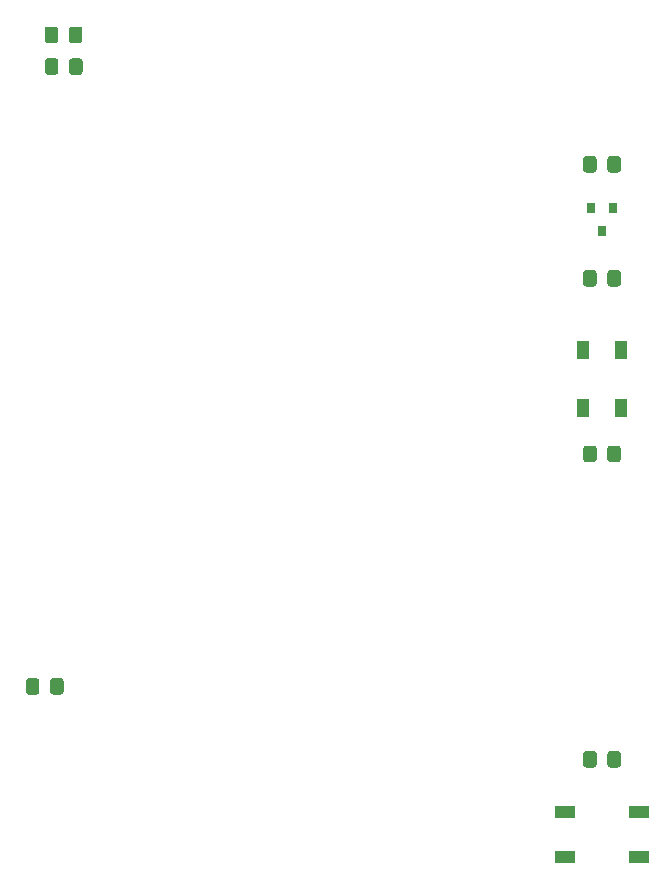
<source format=gbr>
%TF.GenerationSoftware,KiCad,Pcbnew,(5.1.6-0-10_14)*%
%TF.CreationDate,2020-09-22T10:55:38+02:00*%
%TF.ProjectId,airquality,61697271-7561-46c6-9974-792e6b696361,rev?*%
%TF.SameCoordinates,Original*%
%TF.FileFunction,Paste,Top*%
%TF.FilePolarity,Positive*%
%FSLAX46Y46*%
G04 Gerber Fmt 4.6, Leading zero omitted, Abs format (unit mm)*
G04 Created by KiCad (PCBNEW (5.1.6-0-10_14)) date 2020-09-22 10:55:38*
%MOMM*%
%LPD*%
G01*
G04 APERTURE LIST*
%ADD10R,0.800000X0.900000*%
%ADD11R,1.000000X1.500000*%
%ADD12R,1.700000X1.000000*%
G04 APERTURE END LIST*
%TO.C,R3*%
G36*
G01*
X146119000Y-88778501D02*
X146119000Y-87878499D01*
G75*
G02*
X146368999Y-87628500I249999J0D01*
G01*
X147019001Y-87628500D01*
G75*
G02*
X147269000Y-87878499I0J-249999D01*
G01*
X147269000Y-88778501D01*
G75*
G02*
X147019001Y-89028500I-249999J0D01*
G01*
X146368999Y-89028500D01*
G75*
G02*
X146119000Y-88778501I0J249999D01*
G01*
G37*
G36*
G01*
X144069000Y-88778501D02*
X144069000Y-87878499D01*
G75*
G02*
X144318999Y-87628500I249999J0D01*
G01*
X144969001Y-87628500D01*
G75*
G02*
X145219000Y-87878499I0J-249999D01*
G01*
X145219000Y-88778501D01*
G75*
G02*
X144969001Y-89028500I-249999J0D01*
G01*
X144318999Y-89028500D01*
G75*
G02*
X144069000Y-88778501I0J249999D01*
G01*
G37*
%TD*%
%TO.C,R1*%
G36*
G01*
X145219000Y-78226499D02*
X145219000Y-79126501D01*
G75*
G02*
X144969001Y-79376500I-249999J0D01*
G01*
X144318999Y-79376500D01*
G75*
G02*
X144069000Y-79126501I0J249999D01*
G01*
X144069000Y-78226499D01*
G75*
G02*
X144318999Y-77976500I249999J0D01*
G01*
X144969001Y-77976500D01*
G75*
G02*
X145219000Y-78226499I0J-249999D01*
G01*
G37*
G36*
G01*
X147269000Y-78226499D02*
X147269000Y-79126501D01*
G75*
G02*
X147019001Y-79376500I-249999J0D01*
G01*
X146368999Y-79376500D01*
G75*
G02*
X146119000Y-79126501I0J249999D01*
G01*
X146119000Y-78226499D01*
G75*
G02*
X146368999Y-77976500I249999J0D01*
G01*
X147019001Y-77976500D01*
G75*
G02*
X147269000Y-78226499I0J-249999D01*
G01*
G37*
%TD*%
D10*
%TO.C,Q1*%
X145669000Y-84328000D03*
X144719000Y-82328000D03*
X146619000Y-82328000D03*
%TD*%
D11*
%TO.C,D1*%
X144069000Y-99287500D03*
X147269000Y-99287500D03*
X144069000Y-94387500D03*
X147269000Y-94387500D03*
%TD*%
%TO.C,C1*%
G36*
G01*
X146119000Y-103637501D02*
X146119000Y-102737499D01*
G75*
G02*
X146368999Y-102487500I249999J0D01*
G01*
X147019001Y-102487500D01*
G75*
G02*
X147269000Y-102737499I0J-249999D01*
G01*
X147269000Y-103637501D01*
G75*
G02*
X147019001Y-103887500I-249999J0D01*
G01*
X146368999Y-103887500D01*
G75*
G02*
X146119000Y-103637501I0J249999D01*
G01*
G37*
G36*
G01*
X144069000Y-103637501D02*
X144069000Y-102737499D01*
G75*
G02*
X144318999Y-102487500I249999J0D01*
G01*
X144969001Y-102487500D01*
G75*
G02*
X145219000Y-102737499I0J-249999D01*
G01*
X145219000Y-103637501D01*
G75*
G02*
X144969001Y-103887500I-249999J0D01*
G01*
X144318999Y-103887500D01*
G75*
G02*
X144069000Y-103637501I0J249999D01*
G01*
G37*
%TD*%
D12*
%TO.C,SW1*%
X148819000Y-137319700D03*
X142519000Y-137319700D03*
X148819000Y-133519700D03*
X142519000Y-133519700D03*
%TD*%
%TO.C,R2*%
G36*
G01*
X146119000Y-129494701D02*
X146119000Y-128594699D01*
G75*
G02*
X146368999Y-128344700I249999J0D01*
G01*
X147019001Y-128344700D01*
G75*
G02*
X147269000Y-128594699I0J-249999D01*
G01*
X147269000Y-129494701D01*
G75*
G02*
X147019001Y-129744700I-249999J0D01*
G01*
X146368999Y-129744700D01*
G75*
G02*
X146119000Y-129494701I0J249999D01*
G01*
G37*
G36*
G01*
X144069000Y-129494701D02*
X144069000Y-128594699D01*
G75*
G02*
X144318999Y-128344700I249999J0D01*
G01*
X144969001Y-128344700D01*
G75*
G02*
X145219000Y-128594699I0J-249999D01*
G01*
X145219000Y-129494701D01*
G75*
G02*
X144969001Y-129744700I-249999J0D01*
G01*
X144318999Y-129744700D01*
G75*
G02*
X144069000Y-129494701I0J249999D01*
G01*
G37*
%TD*%
%TO.C,C6*%
G36*
G01*
X98038500Y-122422499D02*
X98038500Y-123322501D01*
G75*
G02*
X97788501Y-123572500I-249999J0D01*
G01*
X97138499Y-123572500D01*
G75*
G02*
X96888500Y-123322501I0J249999D01*
G01*
X96888500Y-122422499D01*
G75*
G02*
X97138499Y-122172500I249999J0D01*
G01*
X97788501Y-122172500D01*
G75*
G02*
X98038500Y-122422499I0J-249999D01*
G01*
G37*
G36*
G01*
X100088500Y-122422499D02*
X100088500Y-123322501D01*
G75*
G02*
X99838501Y-123572500I-249999J0D01*
G01*
X99188499Y-123572500D01*
G75*
G02*
X98938500Y-123322501I0J249999D01*
G01*
X98938500Y-122422499D01*
G75*
G02*
X99188499Y-122172500I249999J0D01*
G01*
X99838501Y-122172500D01*
G75*
G02*
X100088500Y-122422499I0J-249999D01*
G01*
G37*
%TD*%
%TO.C,R4*%
G36*
G01*
X100529700Y-68153701D02*
X100529700Y-67253699D01*
G75*
G02*
X100779699Y-67003700I249999J0D01*
G01*
X101429701Y-67003700D01*
G75*
G02*
X101679700Y-67253699I0J-249999D01*
G01*
X101679700Y-68153701D01*
G75*
G02*
X101429701Y-68403700I-249999J0D01*
G01*
X100779699Y-68403700D01*
G75*
G02*
X100529700Y-68153701I0J249999D01*
G01*
G37*
G36*
G01*
X98479700Y-68153701D02*
X98479700Y-67253699D01*
G75*
G02*
X98729699Y-67003700I249999J0D01*
G01*
X99379701Y-67003700D01*
G75*
G02*
X99629700Y-67253699I0J-249999D01*
G01*
X99629700Y-68153701D01*
G75*
G02*
X99379701Y-68403700I-249999J0D01*
G01*
X98729699Y-68403700D01*
G75*
G02*
X98479700Y-68153701I0J249999D01*
G01*
G37*
%TD*%
%TO.C,C5*%
G36*
G01*
X100547700Y-70846101D02*
X100547700Y-69946099D01*
G75*
G02*
X100797699Y-69696100I249999J0D01*
G01*
X101447701Y-69696100D01*
G75*
G02*
X101697700Y-69946099I0J-249999D01*
G01*
X101697700Y-70846101D01*
G75*
G02*
X101447701Y-71096100I-249999J0D01*
G01*
X100797699Y-71096100D01*
G75*
G02*
X100547700Y-70846101I0J249999D01*
G01*
G37*
G36*
G01*
X98497700Y-70846101D02*
X98497700Y-69946099D01*
G75*
G02*
X98747699Y-69696100I249999J0D01*
G01*
X99397701Y-69696100D01*
G75*
G02*
X99647700Y-69946099I0J-249999D01*
G01*
X99647700Y-70846101D01*
G75*
G02*
X99397701Y-71096100I-249999J0D01*
G01*
X98747699Y-71096100D01*
G75*
G02*
X98497700Y-70846101I0J249999D01*
G01*
G37*
%TD*%
M02*

</source>
